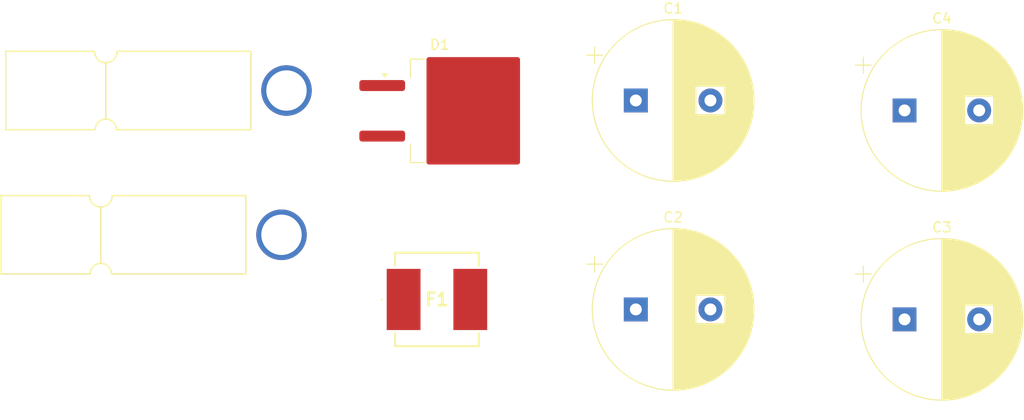
<source format=kicad_pcb>
(kicad_pcb (version 20240108) (generator "pcbnew") (generator_version "8.0")
  (layers (0 "F.Cu" signal) (31 "B.Cu" signal) (34 "B.Paste" user) (35 "F.Paste" user) (36 "B.SilkS" user "B.Silkscreen") (37 "F.SilkS" user "F.Silkscreen") (38 "B.Mask" user) (39 "F.Mask" user) (44 "Edge.Cuts" user))
  (net 0 "")
  (net 1 "Net-(D1-K)")
  (net 2 "GND")
  (net 3 "+BATT")
  (footprint "MRDT_Connectors:Anderson_1_Horizontal" (layer "F.Cu") (at 49.8518 29.627)
    (property "Reference" "Conn1" (hide yes))
    (property "Value" "AndersonPP")
    (pad "1" thru_hole circle (at 0.0254 -0.127) (size 5.08 5.08) (drill 4.06) (layers "*.Cu" "*.Mask" "F.Paste"))
  )
  (footprint "Capacitor_THT:CP_Radial_D16.0mm_P7.50mm" (layer "F.Cu") (at 112 31.5)
    (property "Reference" "C4" (at 3.75 -9.25 0) (layer "F.SilkS"))
    (property "Value" "1000 uF")
    (pad "1" thru_hole rect (at 0 0) (size 2.4 2.4) (drill 1.2) (layers "*.Cu" "*.Mask") (net 1 "Net-(D1-K)"))
    (pad "2" thru_hole circle (at 7.5 0) (size 2.4 2.4) (drill 1.2) (layers "*.Cu" "*.Mask") (net 2 "GND"))
  )
  (footprint "Capacitor_THT:CP_Radial_D16.0mm_P7.50mm" (layer "F.Cu") (at 84.987246 30.5)
    (property "Reference" "C1" (at 3.75 -9.25 0) (layer "F.SilkS"))
    (property "Value" "1000 uF")
    (pad "1" thru_hole rect (at 0 0) (size 2.4 2.4) (drill 1.2) (layers "*.Cu" "*.Mask") (net 1 "Net-(D1-K)"))
    (pad "2" thru_hole circle (at 7.5 0) (size 2.4 2.4) (drill 1.2) (layers "*.Cu" "*.Mask") (net 2 "GND"))
  )
  (footprint "KiCad:3140167" (layer "F.Cu") (at 65 50.5)
    (property "Reference" "F1" (at 0 0 0) (layer "F.SilkS") (effects (font (size 1.27 1.27) (thickness 0.254))))
    (property "Value" "Fuse" (hide yes))
    (pad "1" smd rect (at -3.35 0) (size 3.4 6.15) (layers "F.Cu" "F.Paste" "F.Mask") (net 3 "+BATT"))
    (pad "2" smd rect (at 3.35 0) (size 3.4 6.15) (layers "F.Cu" "F.Paste" "F.Mask") (net 1 "Net-(D1-K)"))
  )
  (footprint "Capacitor_THT:CP_Radial_D16.0mm_P7.50mm" (layer "F.Cu") (at 112 52.5)
    (property "Reference" "C3" (at 3.75 -9.25 0) (layer "F.SilkS"))
    (property "Value" "1000 uF")
    (pad "1" thru_hole rect (at 0 0) (size 2.4 2.4) (drill 1.2) (layers "*.Cu" "*.Mask") (net 1 "Net-(D1-K)"))
    (pad "2" thru_hole circle (at 7.5 0) (size 2.4 2.4) (drill 1.2) (layers "*.Cu" "*.Mask") (net 2 "GND"))
  )
  (footprint "MRDT_Connectors:Anderson_1_Horizontal" (layer "F.Cu") (at 49.3518 44.127)
    (property "Reference" "Conn2" (hide yes))
    (property "Value" "AndersonPP")
    (pad "1" thru_hole circle (at 0.0254 -0.127) (size 5.08 5.08) (drill 4.06) (layers "*.Cu" "*.Mask" "F.Paste") (net 2 "GND"))
  )
  (footprint "Package_TO_SOT_SMD:TO-263-2_TabPin1" (layer "F.Cu") (at 67.15 31.54)
    (property "Reference" "D1" (at -1.875 -6.65 0) (layer "F.SilkS"))
    (property "Value" "D_Schottky")
    (pad "1" smd roundrect (at -7.65 -2.54) (size 4.6 1.1) (layers "F.Cu" "F.Paste" "F.Mask") (net 1 "Net-(D1-K)"))
    (pad "1" smd roundrect (at 1.5 0) (size 9.4 10.8) (layers "F.Cu" "F.Mask") (roundrect_rratio 0.02659574468) (net 1 "Net-(D1-K)"))
    (pad "2" smd roundrect (at -7.65 2.54) (size 4.6 1.1) (layers "F.Cu" "F.Paste" "F.Mask") (net 2 "GND"))
  )
  (footprint "Capacitor_THT:CP_Radial_D16.0mm_P7.50mm" (layer "F.Cu") (at 84.987246 51.5)
    (property "Reference" "C2" (at 3.75 -9.25 0) (layer "F.SilkS"))
    (property "Value" "1000 uF")
    (pad "1" thru_hole rect (at 0 0) (size 2.4 2.4) (drill 1.2) (layers "*.Cu" "*.Mask") (net 1 "Net-(D1-K)"))
    (pad "2" thru_hole circle (at 7.5 0) (size 2.4 2.4) (drill 1.2) (layers "*.Cu" "*.Mask") (net 2 "GND"))
  )
)
</source>
